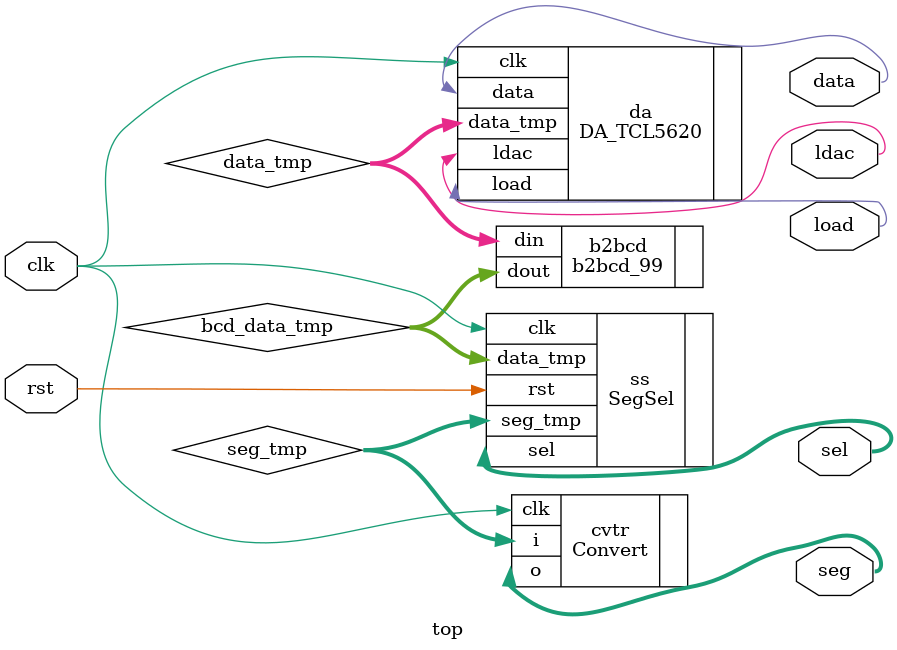
<source format=v>
module top (
	input clk,
	input rst,
	output data,
	output load,
	output ldac,
	output [2:0] sel,
	output [7:0] seg
);

	wire [3:0] seg_tmp;
	wire [19:0] data_tmp;
	wire [19:0] bcd_data_tmp;

	DA_TCL5620 da (.clk(clk), .data(data), .load(load), .ldac(ldac), .data_tmp(data_tmp));

	b2bcd_99 b2bcd (.din(data_tmp), .dout(bcd_data_tmp));

	SegSel ss (.clk(clk), .rst(rst), .data_tmp(bcd_data_tmp), .sel(sel), .seg_tmp(seg_tmp));

	Convert cvtr (.clk(clk), .i(seg_tmp), .o(seg));

endmodule

</source>
